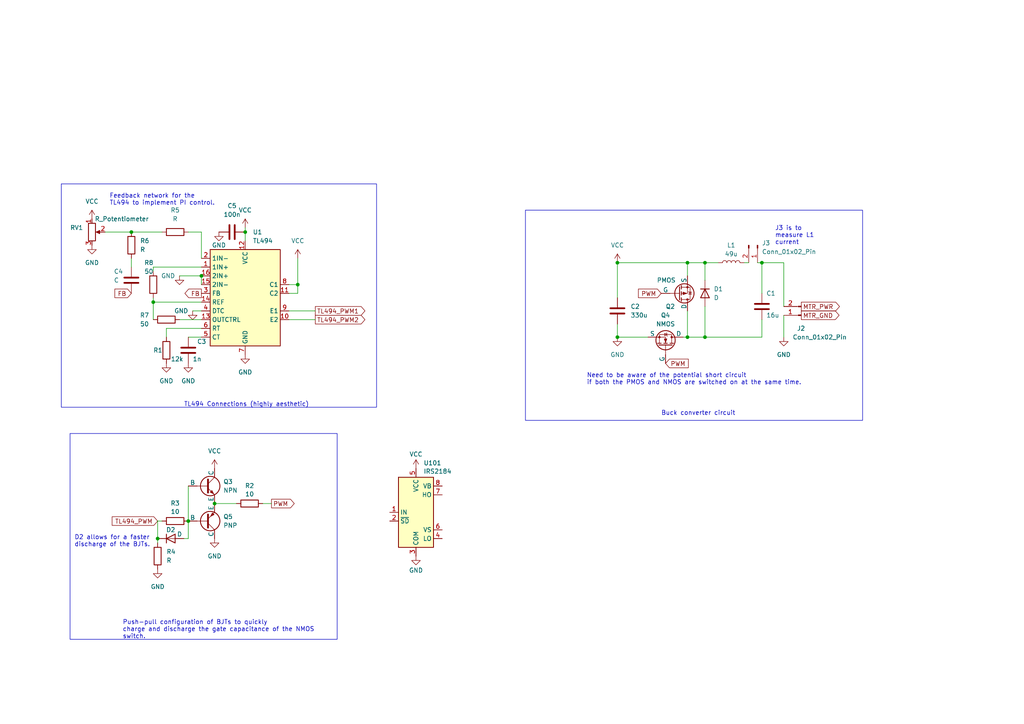
<source format=kicad_sch>
(kicad_sch (version 20230121) (generator eeschema)
  (paper "A4")
  (title_block (title "372 Solar Car Buck Converter"))
  (lib_symbols
    (symbol "Connector:Conn_01x02_Pin" (pin_names (offset 1.016) hide)
      (property "Reference" "J" (at 0 2.54 0))
      (property "Value" "Conn_01x02_Pin" (at 0 -5.08 0))
      (symbol "Conn_01x02_Pin_1_1"
        (polyline (pts (xy 1.27 -2.54) (xy 0.8636 -2.54)) (stroke (width 0.1524)))
        (polyline (pts (xy 1.27 0) (xy 0.8636 0)) (stroke (width 0.1524)))
        (rectangle (start 0.8636 -2.413) (end 0 -2.667) (stroke (width 0.1524)) (fill (type outline)))
        (rectangle (start 0.8636 0.127) (end 0 -0.127) (stroke (width 0.1524)) (fill (type outline)))
        (pin passive line (at 5.08 0 180) (length 3.81) (name "Pin_1") (number "1"))
        (pin passive line (at 5.08 -2.54 180) (length 3.81) (name "Pin_2") (number "2"))
      )
    )
    (symbol "Device:C" (pin_numbers hide) (pin_names (offset 0.254))
      (property "Reference" "C" (at 0.635 2.54 0))
      (property "Value" "C" (at 0.635 -2.54 0))
      (symbol "C_0_1"
        (polyline (pts (xy -2.032 -0.762) (xy 2.032 -0.762)) (stroke (width 0.508)))
        (polyline (pts (xy -2.032 0.762) (xy 2.032 0.762)) (stroke (width 0.508)))
      )
      (symbol "C_1_1"
        (pin passive line (at 0 3.81 270) (length 2.794) (name "~") (number "1"))
        (pin passive line (at 0 -3.81 90) (length 2.794) (name "~") (number "2"))
      )
    )
    (symbol "Device:D" (pin_numbers hide) (pin_names (offset 1.016) hide)
      (property "Reference" "D" (at 0 2.54 0))
      (property "Value" "D" (at 0 -2.54 0))
      (symbol "D_0_1"
        (polyline (pts (xy -1.27 1.27) (xy -1.27 -1.27)) (stroke (width 0.254)))
        (polyline (pts (xy 1.27 0) (xy -1.27 0)))
        (polyline (pts (xy 1.27 1.27) (xy 1.27 -1.27) (xy -1.27 0) (xy 1.27 1.27)) (stroke (width 0.254)))
      )
      (symbol "D_1_1"
        (pin passive line (at -3.81 0 0) (length 2.54) (name "K") (number "1"))
        (pin passive line (at 3.81 0 180) (length 2.54) (name "A") (number "2"))
      )
    )
    (symbol "Device:L" (pin_numbers hide) (pin_names (offset 1.016) hide)
      (property "Reference" "L" (at -1.27 0 90))
      (property "Value" "L" (at 1.905 0 90))
      (symbol "L_0_1"
        (arc (start 0 -2.54) (mid 0.6323 -1.905) (end 0 -1.27))
        (arc (start 0 -1.27) (mid 0.6323 -0.635) (end 0 0))
        (arc (start 0 0) (mid 0.6323 0.635) (end 0 1.27))
        (arc (start 0 1.27) (mid 0.6323 1.905) (end 0 2.54))
      )
      (symbol "L_1_1"
        (pin passive line (at 0 3.81 270) (length 1.27) (name "1") (number "1"))
        (pin passive line (at 0 -3.81 90) (length 1.27) (name "2") (number "2"))
      )
    )
    (symbol "Device:R" (pin_numbers hide) (pin_names (offset 0))
      (property "Reference" "R" (at 2.032 0 90))
      (property "Value" "R" (at 0 0 90))
      (symbol "R_0_1"
        (rectangle (start -1.016 -2.54) (end 1.016 2.54) (stroke (width 0.254)))
      )
      (symbol "R_1_1"
        (pin passive line (at 0 3.81 270) (length 1.27) (name "~") (number "1"))
        (pin passive line (at 0 -3.81 90) (length 1.27) (name "~") (number "2"))
      )
    )
    (symbol "Device:R_Potentiometer" (pin_names (offset 1.016) hide)
      (property "Reference" "RV" (at -4.445 0 90))
      (property "Value" "R_Potentiometer" (at -2.54 0 90))
      (symbol "R_Potentiometer_0_1"
        (polyline (pts (xy 2.54 0) (xy 1.524 0)))
        (polyline (pts (xy 1.143 0) (xy 2.286 0.508) (xy 2.286 -0.508) (xy 1.143 0)) (fill (type outline)))
        (rectangle (start 1.016 2.54) (end -1.016 -2.54) (stroke (width 0.254)))
      )
      (symbol "R_Potentiometer_1_1"
        (pin passive line (at 0 3.81 270) (length 1.27) (name "1") (number "1"))
        (pin passive line (at 3.81 0 180) (length 1.27) (name "2") (number "2"))
        (pin passive line (at 0 -3.81 90) (length 1.27) (name "3") (number "3"))
      )
    )
    (symbol "Driver_FET:IRS2184"
      (property "Reference" "U" (at 1.27 13.335 0))
      (property "Value" "IRS2184" (at 1.27 11.43 0))
      (symbol "IRS2184_0_1"
        (rectangle (start -5.08 -10.16) (end 5.08 10.16) (stroke (width 0.254)) (fill (type background)))
      )
      (symbol "IRS2184_1_1"
        (pin input line (at -7.62 0 0) (length 2.54) (name "IN") (number "1"))
        (pin input line (at -7.62 -2.54 0) (length 2.54) (name "~{SD}") (number "2"))
        (pin power_in line (at 0 -12.7 90) (length 2.54) (name "COM") (number "3"))
        (pin output line (at 7.62 -7.62 180) (length 2.54) (name "LO") (number "4"))
        (pin power_in line (at 0 12.7 270) (length 2.54) (name "VCC") (number "5"))
        (pin passive line (at 7.62 -5.08 180) (length 2.54) (name "VS") (number "6"))
        (pin output line (at 7.62 5.08 180) (length 2.54) (name "HO") (number "7"))
        (pin passive line (at 7.62 7.62 180) (length 2.54) (name "VB") (number "8"))
      )
    )
    (symbol "NMOS_1" (pin_numbers hide) (pin_names (offset 0))
      (property "Reference" "Q" (at 5.08 -1.27 0))
      (property "Value" "NMOS" (at 5.08 1.27 0))
      (symbol "NMOS_1_0_1"
        (polyline (pts (xy 0.254 -1.905) (xy 0.254 1.905)) (stroke (width 0.254)))
        (polyline (pts (xy 0.254 0) (xy -2.54 0)))
        (polyline (pts (xy 0.762 -2.286) (xy 0.762 -1.27)) (stroke (width 0.254)))
        (polyline (pts (xy 0.762 -0.508) (xy 0.762 0.508)) (stroke (width 0.254)))
        (polyline (pts (xy 0.762 1.27) (xy 0.762 2.286)) (stroke (width 0.254)))
        (polyline (pts (xy 2.54 -2.54) (xy 2.54 -1.778)))
        (polyline (pts (xy 2.54 2.54) (xy 2.54 0) (xy 0.762 0)))
        (polyline (pts (xy 0.762 1.778) (xy 3.302 1.778) (xy 3.302 -1.778) (xy 0.762 -1.778)))
        (polyline (pts (xy 1.016 0) (xy 2.032 -0.381) (xy 2.032 0.381) (xy 1.016 0)) (fill (type outline)))
        (polyline (pts (xy 2.794 -0.508) (xy 2.921 -0.381) (xy 3.683 -0.381) (xy 3.81 -0.254)))
        (polyline (pts (xy 3.302 -0.381) (xy 2.921 0.254) (xy 3.683 0.254) (xy 3.302 -0.381)))
        (circle (center 1.651 0) (radius 2.794) (stroke (width 0.254)))
        (circle (center 2.54 -1.778) (radius 0.254) (fill (type outline)))
        (circle (center 2.54 1.778) (radius 0.254) (fill (type outline)))
      )
      (symbol "NMOS_1_1_1"
        (pin passive line (at 2.54 -5.08 90) (length 2.54) (name "D") (number "1"))
        (pin input line (at -5.08 0 0) (length 2.54) (name "G") (number "2"))
        (pin passive line (at 2.54 5.08 270) (length 2.54) (name "S") (number "3"))
      )
    )
    (symbol "PNP_1" (pin_numbers hide) (pin_names (offset 0))
      (property "Reference" "Q" (at -2.54 7.62 0))
      (property "Value" "PNP" (at -2.54 5.08 0))
      (symbol "PNP_1_0_1"
        (polyline (pts (xy -2.54 0) (xy 0.635 0)) (stroke (width 0.1524)))
        (polyline (pts (xy 0.635 0.635) (xy 2.54 2.54)))
        (polyline (pts (xy 0.635 -0.635) (xy 2.54 -2.54) (xy 2.54 -2.54)))
        (polyline (pts (xy 0.635 1.905) (xy 0.635 -1.905) (xy 0.635 -1.905)) (stroke (width 0.508)))
        (polyline (pts (xy 1.905 2.3876) (xy 2.413 1.8796) (xy 1.397 1.3716) (xy 1.905 2.3876) (xy 1.905 2.3876)) (fill (type outline)))
        (circle (center 1.27 0) (radius 2.8194) (stroke (width 0.254)))
      )
      (symbol "PNP_1_1_1"
        (pin open_collector line (at 2.54 -5.08 90) (length 2.54) (name "C") (number "1"))
        (pin input line (at -5.08 0 0) (length 2.54) (name "B") (number "2"))
        (pin open_emitter line (at 2.54 5.08 270) (length 2.54) (name "E") (number "3"))
      )
    )
    (symbol "Regulator_Controller:TL494"
      (property "Reference" "U" (at 3.81 19.05 0))
      (property "Value" "TL494" (at 3.81 16.51 0))
      (symbol "TL494_0_1"
        (rectangle (start -10.16 -12.7) (end 10.16 15.24) (stroke (width 0.254)) (fill (type background)))
      )
      (symbol "TL494_1_1"
        (pin input line (at -12.7 10.16 0) (length 2.54) (name "1IN+") (number "1"))
        (pin passive line (at 12.7 -5.08 180) (length 2.54) (name "E2") (number "10"))
        (pin passive line (at 12.7 2.54 180) (length 2.54) (name "C2") (number "11"))
        (pin power_in line (at 0 17.78 270) (length 2.54) (name "VCC") (number "12"))
        (pin input line (at -12.7 -5.08 0) (length 2.54) (name "OUTCTRL") (number "13"))
        (pin power_out line (at -12.7 0 0) (length 2.54) (name "REF") (number "14"))
        (pin input line (at -12.7 5.08 0) (length 2.54) (name "2IN-") (number "15"))
        (pin input line (at -12.7 7.62 0) (length 2.54) (name "2IN+") (number "16"))
        (pin input line (at -12.7 12.7 0) (length 2.54) (name "1IN-") (number "2"))
        (pin output line (at -12.7 2.54 0) (length 2.54) (name "FB") (number "3"))
        (pin input line (at -12.7 -2.54 0) (length 2.54) (name "DTC") (number "4"))
        (pin passive line (at -12.7 -10.16 0) (length 2.54) (name "CT") (number "5"))
        (pin passive line (at -12.7 -7.62 0) (length 2.54) (name "RT") (number "6"))
        (pin power_in line (at 0 -15.24 90) (length 2.54) (name "GND") (number "7"))
        (pin passive line (at 12.7 5.08 180) (length 2.54) (name "C1") (number "8"))
        (pin passive line (at 12.7 -2.54 180) (length 2.54) (name "E1") (number "9"))
      )
    )
    (symbol "Simulation_SPICE:NPN" (pin_numbers hide) (pin_names (offset 0))
      (property "Reference" "Q" (at -2.54 7.62 0))
      (property "Value" "NPN" (at -2.54 5.08 0))
      (symbol "NPN_0_1"
        (polyline (pts (xy -2.54 0) (xy 0.635 0)) (stroke (width 0.1524)))
        (polyline (pts (xy 0.635 0.635) (xy 2.54 2.54)))
        (polyline (pts (xy 2.794 -1.27) (xy 2.794 -1.27)) (stroke (width 0.1524)))
        (polyline (pts (xy 2.794 -1.27) (xy 2.794 -1.27)) (stroke (width 0.1524)))
        (polyline (pts (xy 0.635 -0.635) (xy 2.54 -2.54) (xy 2.54 -2.54)))
        (polyline (pts (xy 0.635 1.905) (xy 0.635 -1.905) (xy 0.635 -1.905)) (stroke (width 0.508)))
        (polyline (pts (xy 1.27 -1.778) (xy 1.778 -1.27) (xy 2.286 -2.286) (xy 1.27 -1.778) (xy 1.27 -1.778)) (fill (type outline)))
        (circle (center 1.27 0) (radius 2.8194) (stroke (width 0.254)))
      )
      (symbol "NPN_1_1"
        (pin open_collector line (at 2.54 5.08 270) (length 2.54) (name "C") (number "1"))
        (pin input line (at -5.08 0 0) (length 2.54) (name "B") (number "2"))
        (pin open_emitter line (at 2.54 -5.08 90) (length 2.54) (name "E") (number "3"))
      )
    )
    (symbol "Simulation_SPICE:PMOS" (pin_numbers hide) (pin_names (offset 0))
      (property "Reference" "Q" (at 5.08 1.27 0))
      (property "Value" "PMOS" (at 5.08 -1.27 0))
      (symbol "PMOS_0_1"
        (polyline (pts (xy 0.254 0) (xy -2.54 0)))
        (polyline (pts (xy 0.254 1.905) (xy 0.254 -1.905)) (stroke (width 0.254)))
        (polyline (pts (xy 0.762 -1.27) (xy 0.762 -2.286)) (stroke (width 0.254)))
        (polyline (pts (xy 0.762 0.508) (xy 0.762 -0.508)) (stroke (width 0.254)))
        (polyline (pts (xy 0.762 2.286) (xy 0.762 1.27)) (stroke (width 0.254)))
        (polyline (pts (xy 2.54 2.54) (xy 2.54 1.778)))
        (polyline (pts (xy 2.54 -2.54) (xy 2.54 0) (xy 0.762 0)))
        (polyline (pts (xy 0.762 1.778) (xy 3.302 1.778) (xy 3.302 -1.778) (xy 0.762 -1.778)))
        (polyline (pts (xy 2.286 0) (xy 1.27 0.381) (xy 1.27 -0.381) (xy 2.286 0)) (fill (type outline)))
        (polyline (pts (xy 2.794 -0.508) (xy 2.921 -0.381) (xy 3.683 -0.381) (xy 3.81 -0.254)))
        (polyline (pts (xy 3.302 -0.381) (xy 2.921 0.254) (xy 3.683 0.254) (xy 3.302 -0.381)))
        (circle (center 1.651 0) (radius 2.794) (stroke (width 0.254)))
        (circle (center 2.54 -1.778) (radius 0.254) (fill (type outline)))
        (circle (center 2.54 1.778) (radius 0.254) (fill (type outline)))
      )
      (symbol "PMOS_1_1"
        (pin passive line (at 2.54 5.08 270) (length 2.54) (name "D") (number "1"))
        (pin input line (at -5.08 0 0) (length 2.54) (name "G") (number "2"))
        (pin passive line (at 2.54 -5.08 90) (length 2.54) (name "S") (number "3"))
      )
    )
    (symbol "power:GND" (power) (pin_names (offset 0))
      (property "Value" "GND" (at 0 -3.81 0))
      (symbol "GND_0_1"
        (polyline (pts (xy 0 0) (xy 0 -1.27) (xy 1.27 -1.27) (xy 0 -2.54) (xy -1.27 -1.27) (xy 0 -1.27)))
      )
      (symbol "GND_1_1"
        (pin power_in line (at 0 0 270) (length 0) hide (name "GND") (number "1"))
      )
    )
    (symbol "power:VCC" (power) (pin_names (offset 0))
      (property "Value" "VCC" (at 0 3.81 0))
      (symbol "VCC_0_1"
        (polyline (pts (xy -0.762 1.27) (xy 0 2.54)))
        (polyline (pts (xy 0 0) (xy 0 2.54)))
        (polyline (pts (xy 0 2.54) (xy 0.762 1.27)))
      )
      (symbol "VCC_1_1"
        (pin power_in line (at 0 0 90) (length 0) hide (name "VCC") (number "1"))
      )
    )
  )
  (junction (at 45.72 156.21))
  (junction (at 44.45 87.63))
  (junction (at 62.23 146.05))
  (junction (at 199.39 76.2))
  (junction (at 204.47 76.2))
  (junction (at 199.39 97.79))
  (junction (at 86.36 82.55))
  (junction (at 220.98 76.2))
  (junction (at 71.12 67.31))
  (junction (at 38.1 67.31))
  (junction (at 179.07 97.79))
  (junction (at 204.47 97.79))
  (junction (at 58.42 80.01))
  (junction (at 179.07 76.2))
  (junction (at 54.61 151.13))
  (wire (pts (xy 179.07 93.98) (xy 179.07 97.79)))
  (wire (pts (xy 86.36 74.93) (xy 86.36 82.55)))
  (wire (pts (xy 204.47 88.9) (xy 204.47 97.79)))
  (wire (pts (xy 38.1 74.93) (xy 38.1 77.47)))
  (wire (pts (xy 54.61 67.31) (xy 58.42 67.31)))
  (wire (pts (xy 58.42 67.31) (xy 58.42 74.93)))
  (wire (pts (xy 38.1 67.31) (xy 46.99 67.31)))
  (wire (pts (xy 86.36 82.55) (xy 86.36 85.09)))
  (wire (pts (xy 198.12 97.79) (xy 199.39 97.79)))
  (wire (pts (xy 54.61 97.79) (xy 58.42 97.79)))
  (wire (pts (xy 45.72 151.13) (xy 46.99 151.13)))
  (wire (pts (xy 220.98 76.2) (xy 227.33 76.2)))
  (wire (pts (xy 71.12 67.31) (xy 71.12 69.85)))
  (wire (pts (xy 227.33 91.44) (xy 227.33 97.79)))
  (wire (pts (xy 54.61 140.97) (xy 54.61 151.13)))
  (wire (pts (xy 199.39 97.79) (xy 199.39 90.17)))
  (wire (pts (xy 179.07 76.2) (xy 179.07 86.36)))
  (wire (pts (xy 30.48 67.31) (xy 38.1 67.31)))
  (wire (pts (xy 215.9 76.2) (xy 217.17 76.2)))
  (wire (pts (xy 44.45 87.63) (xy 58.42 87.63)))
  (wire (pts (xy 52.07 80.01) (xy 58.42 80.01)))
  (wire (pts (xy 54.61 156.21) (xy 53.34 156.21)))
  (wire (pts (xy 45.72 151.13) (xy 45.72 156.21)))
  (wire (pts (xy 62.23 146.05) (xy 68.58 146.05)))
  (wire (pts (xy 204.47 97.79) (xy 220.98 97.79)))
  (wire (pts (xy 76.2 146.05) (xy 78.74 146.05)))
  (wire (pts (xy 220.98 97.79) (xy 220.98 92.71)))
  (wire (pts (xy 58.42 80.01) (xy 58.42 82.55)))
  (wire (pts (xy 204.47 76.2) (xy 204.47 81.28)))
  (wire (pts (xy 44.45 87.63) (xy 44.45 86.36)))
  (wire (pts (xy 83.82 90.17) (xy 91.44 90.17)))
  (wire (pts (xy 179.07 76.2) (xy 199.39 76.2)))
  (wire (pts (xy 44.45 77.47) (xy 58.42 77.47)))
  (wire (pts (xy 199.39 97.79) (xy 204.47 97.79)))
  (wire (pts (xy 227.33 76.2) (xy 227.33 88.9)))
  (wire (pts (xy 71.12 66.04) (xy 71.12 67.31)))
  (wire (pts (xy 199.39 76.2) (xy 199.39 80.01)))
  (wire (pts (xy 54.61 151.13) (xy 54.61 156.21)))
  (wire (pts (xy 179.07 97.79) (xy 187.96 97.79)))
  (wire (pts (xy 52.07 92.71) (xy 58.42 92.71)))
  (wire (pts (xy 199.39 76.2) (xy 204.47 76.2)))
  (wire (pts (xy 219.71 76.2) (xy 220.98 76.2)))
  (wire (pts (xy 48.26 97.79) (xy 48.26 95.25)))
  (wire (pts (xy 44.45 92.71) (xy 44.45 87.63)))
  (wire (pts (xy 45.72 156.21) (xy 45.72 157.48)))
  (wire (pts (xy 55.88 90.17) (xy 58.42 90.17)))
  (wire (pts (xy 83.82 92.71) (xy 91.44 92.71)))
  (wire (pts (xy 48.26 95.25) (xy 58.42 95.25)))
  (wire (pts (xy 86.36 82.55) (xy 83.82 82.55)))
  (wire (pts (xy 44.45 78.74) (xy 44.45 77.47)))
  (wire (pts (xy 83.82 85.09) (xy 86.36 85.09)))
  (wire (pts (xy 204.47 76.2) (xy 208.28 76.2)))
  (wire (pts (xy 220.98 76.2) (xy 220.98 85.09)))
  (rectangle (start 152.4 60.96) (end 250.19 121.92))
  (rectangle (start 20.32 125.73) (end 97.79 185.42))
  (rectangle (start 17.78 53.34) (end 109.22 118.11))
  (text "J3 is to \nmeasure L1 \ncurrent\n" (at 224.79 71.12 0) (effects (font (size 1.27 1.27)) (justify left bottom)))
  (text "Buck converter circuit\n" (at 191.77 120.65 0) (effects (font (size 1.27 1.27)) (justify left bottom)))
  (text "D2 allows for a faster\ndischarge of the BJTs.\n" (at 21.59 158.75 0) (effects (font (size 1.27 1.27)) (justify left bottom)))
  (text "Push-pull configuration of BJTs to quickly \ncharge and discharge the gate capacitance of the NMOS\nswitch." (at 35.56 185.42 0) (effects (font (size 1.27 1.27)) (justify left bottom)))
  (text "Need to be aware of the potential short circuit \nif both the PMOS and NMOS are switched on at the same time." (at 170.18 111.76 0) (effects (font (size 1.27 1.27)) (justify left bottom)))
  (text "TL494 Connections (highly aesthetic)\n" (at 53.34 118.11 0) (effects (font (size 1.27 1.27)) (justify left bottom)))
  (text "Feedback network for the \nTL494 to implement PI control." (at 31.75 59.69 0) (effects (font (size 1.27 1.27)) (justify left bottom)))
  (global_label "PWM" (shape input) (at 191.77 85.09 180) (property "Intersheetrefs" "${INTERSHEET_REFS}" (effects hide)))
  (global_label "TL494_PWM2" (shape output) (at 91.44 92.71 0) (property "Intersheetrefs" "${INTERSHEET_REFS}" (effects hide)))
  (global_label "PWM" (shape input) (at 193.04 105.41 0) (property "Intersheetrefs" "${INTERSHEET_REFS}" (effects hide)))
  (global_label "TL494_PWM1" (shape output) (at 91.44 90.17 0) (property "Intersheetrefs" "${INTERSHEET_REFS}" (effects hide)))
  (global_label "FB" (shape input) (at 38.1 85.09 180) (property "Intersheetrefs" "${INTERSHEET_REFS}" (effects hide)))
  (global_label "MTR_PWR" (shape output) (at 232.41 88.9 0) (property "Intersheetrefs" "${INTERSHEET_REFS}" (effects hide)))
  (global_label "MTR_GND" (shape output) (at 232.41 91.44 0) (property "Intersheetrefs" "${INTERSHEET_REFS}" (effects hide)))
  (global_label "TL494_PWM" (shape input) (at 45.72 151.13 180) (property "Intersheetrefs" "${INTERSHEET_REFS}" (effects hide)))
  (global_label "PWM" (shape output) (at 78.74 146.05 0) (property "Intersheetrefs" "${INTERSHEET_REFS}" (effects hide)))
  (global_label "FB" (shape output) (at 58.42 85.09 180) (property "Intersheetrefs" "${INTERSHEET_REFS}" (effects hide)))
  (symbol (lib_id "power:VCC") (at 120.65 135.89 0) (unit 1)
    (property "Reference" "#PWR0101" (effects hide))
    (property "Value" "VCC" (at 120.65 131.7569 0))
  )
  (symbol (lib_id "power:GND") (at 62.23 156.21 0) (unit 1)
    (property "Reference" "#PWR07" (effects hide))
    (property "Value" "GND" (at 62.23 161.29 0))
  )
  (symbol (lib_id "power:GND") (at 52.07 80.01 0) (unit 1)
    (property "Reference" "#PWR04" (effects hide))
    (property "Value" "GND" (at 50.8 80.01 0) (effects (justify right)))
  )
  (symbol (lib_id "power:VCC") (at 26.67 63.5 0) (unit 1)
    (property "Reference" "#PWR012" (effects hide))
    (property "Value" "VCC" (at 26.67 58.42 0))
  )
  (symbol (lib_id "power:GND") (at 179.07 97.79 0) (unit 1)
    (property "Reference" "#PWR01" (effects hide))
    (property "Value" "GND" (at 179.07 102.87 0))
  )
  (symbol (lib_id "Device:R") (at 48.26 101.6 0) (unit 1)
    (property "Reference" "R1" (at 44.45 101.6 0) (effects (justify left)))
    (property "Value" "12k" (at 49.53 104.14 0) (effects (justify left)))
  )
  (symbol (lib_id "Device:C") (at 179.07 90.17 0) (unit 1)
    (property "Reference" "C2" (at 182.88 88.9 0) (effects (justify left)))
    (property "Value" "330u" (at 182.88 91.44 0) (effects (justify left)))
  )
  (symbol (lib_id "power:GND") (at 55.88 90.17 0) (unit 1)
    (property "Reference" "#PWR013" (effects hide))
    (property "Value" "GND" (at 54.61 90.17 0) (effects (justify right)))
  )
  (symbol (lib_id "Device:R") (at 50.8 151.13 90) (unit 1)
    (property "Reference" "R3" (at 50.8 145.9697 90))
    (property "Value" "10" (at 50.8 148.3939 90))
  )
  (symbol (lib_id "Simulation_SPICE:PMOS") (at 196.85 85.09 0) (mirror x) (unit 1)
    (property "Reference" "Q2" (at 193.04 88.9 0) (effects (justify left)))
    (property "Value" "PMOS" (at 190.5 81.28 0) (effects (justify left)))
    (property "Datasheet" "https://ngspice.sourceforge.io/docs/ngspice-manual.pdf" (effects hide))
    (property "Sim.Device" "PMOS" (effects hide))
    (property "Sim.Type" "VDMOS" (effects hide))
    (property "Sim.Pins" "1=D 2=G 3=S" (effects hide))
  )
  (symbol (lib_id "power:VCC") (at 71.12 66.04 0) (unit 1)
    (property "Reference" "#PWR09" (effects hide))
    (property "Value" "VCC" (at 71.12 60.96 0))
  )
  (symbol (lib_id "Device:R") (at 50.8 67.31 90) (unit 1)
    (property "Reference" "R5" (at 50.8 60.96 90))
    (property "Value" "R" (at 50.8 63.5 90))
  )
  (symbol (lib_id "Device:R") (at 38.1 71.12 0) (unit 1)
    (property "Reference" "R6" (at 40.64 69.85 0) (effects (justify left)))
    (property "Value" "R" (at 40.64 72.39 0) (effects (justify left)))
  )
  (symbol (lib_id "Simulation_SPICE:NPN") (at 59.69 140.97 0) (unit 1)
    (property "Reference" "Q3" (at 64.77 139.7 0) (effects (justify left)))
    (property "Value" "NPN" (at 64.77 142.24 0) (effects (justify left)))
    (property "Sim.Device" "NPN" (effects hide))
    (property "Sim.Type" "GUMMELPOON" (effects hide))
    (property "Sim.Pins" "1=C 2=B 3=E" (effects hide))
  )
  (symbol (lib_id "Device:R") (at 44.45 82.55 180) (unit 1)
    (property "Reference" "R8" (at 43.18 76.2 0))
    (property "Value" "50" (at 43.18 78.74 0))
  )
  (symbol (lib_id "Device:D") (at 204.47 85.09 270) (unit 1)
    (property "Reference" "D1" (at 207.01 83.82 90) (effects (justify left)))
    (property "Value" "D" (at 207.01 86.36 90) (effects (justify left)))
    (property "Sim.Device" "D" (effects hide))
    (property "Sim.Pins" "1=K 2=A" (effects hide))
  )
  (symbol (lib_id "Device:R") (at 72.39 146.05 270) (unit 1)
    (property "Reference" "R2" (at 72.39 140.8897 90))
    (property "Value" "10" (at 72.39 143.3139 90))
  )
  (symbol (lib_id "Device:C") (at 38.1 81.28 0) (unit 1)
    (property "Reference" "C4" (at 33.02 78.74 0) (effects (justify left)))
    (property "Value" "C" (at 33.02 81.28 0) (effects (justify left)))
  )
  (symbol (lib_id "Device:R_Potentiometer") (at 26.67 67.31 0) (unit 1)
    (property "Reference" "RV1" (at 24.13 66.04 0) (effects (justify right)))
    (property "Value" "R_Potentiometer" (at 43.18 63.5 0) (effects (justify right)))
  )
  (symbol (lib_id "power:GND") (at 120.65 161.29 0) (unit 1)
    (property "Reference" "#PWR0102" (effects hide))
    (property "Value" "GND" (at 120.65 165.4231 0))
  )
  (symbol (lib_id "power:VCC") (at 179.07 76.2 0) (unit 1)
    (property "Reference" "#PWR018" (effects hide))
    (property "Value" "VCC" (at 179.07 71.12 0))
  )
  (symbol (lib_name "NMOS_1") (lib_id "Simulation_SPICE:NMOS") (at 193.04 100.33 90) (unit 1)
    (property "Reference" "Q4" (at 193.04 91.44 90))
    (property "Value" "NMOS" (at 193.04 93.98 90))
    (property "Datasheet" "https://ngspice.sourceforge.io/docs/ngspice-manual.pdf" (effects hide))
    (property "Sim.Device" "NMOS" (effects hide))
    (property "Sim.Type" "VDMOS" (effects hide))
    (property "Sim.Pins" "1=D 2=G 3=S" (effects hide))
  )
  (symbol (lib_id "Device:R") (at 45.72 161.29 0) (unit 1)
    (property "Reference" "R4" (at 48.26 160.02 0) (effects (justify left)))
    (property "Value" "R" (at 48.26 162.56 0) (effects (justify left)))
  )
  (symbol (lib_id "Device:C") (at 67.31 67.31 90) (unit 1)
    (property "Reference" "C5" (at 67.31 59.69 90))
    (property "Value" "100n" (at 67.31 62.23 90))
  )
  (symbol (lib_id "power:GND") (at 54.61 105.41 0) (unit 1)
    (property "Reference" "#PWR05" (effects hide))
    (property "Value" "GND" (at 54.61 110.49 0))
  )
  (symbol (lib_id "Device:R") (at 48.26 92.71 90) (unit 1)
    (property "Reference" "R7" (at 41.91 91.44 90))
    (property "Value" "50" (at 41.91 93.98 90))
  )
  (symbol (lib_id "Device:D") (at 49.53 156.21 0) (unit 1)
    (property "Reference" "D2" (at 49.53 153.67 0))
    (property "Value" "D" (at 52.07 154.94 0))
    (property "Sim.Device" "D" (effects hide))
    (property "Sim.Pins" "1=K 2=A" (effects hide))
  )
  (symbol (lib_id "power:VCC") (at 86.36 74.93 0) (unit 1)
    (property "Reference" "#PWR010" (effects hide))
    (property "Value" "VCC" (at 86.36 69.85 0))
  )
  (symbol (lib_id "power:GND") (at 48.26 105.41 0) (unit 1)
    (property "Reference" "#PWR06" (effects hide))
    (property "Value" "GND" (at 48.26 110.49 0))
  )
  (symbol (lib_id "power:GND") (at 227.33 97.79 0) (unit 1)
    (property "Reference" "#PWR017" (effects hide))
    (property "Value" "GND" (at 227.33 102.87 0))
  )
  (symbol (lib_id "power:GND") (at 45.72 165.1 0) (unit 1)
    (property "Reference" "#PWR016" (effects hide))
    (property "Value" "GND" (at 45.72 170.18 0))
  )
  (symbol (lib_name "PNP_1") (lib_id "Simulation_SPICE:PNP") (at 59.69 151.13 0) (unit 1)
    (property "Reference" "Q5" (at 64.77 149.86 0) (effects (justify left)))
    (property "Value" "PNP" (at 64.77 152.4 0) (effects (justify left)))
    (property "Sim.Device" "PNP" (effects hide))
    (property "Sim.Type" "GUMMELPOON" (effects hide))
    (property "Sim.Pins" "1=C 2=B 3=E" (effects hide))
  )
  (symbol (lib_id "power:GND") (at 71.12 102.87 0) (unit 1)
    (property "Reference" "#PWR02" (effects hide))
    (property "Value" "GND" (at 71.12 107.95 0))
  )
  (symbol (lib_id "Device:L") (at 212.09 76.2 90) (unit 1)
    (property "Reference" "L1" (at 212.09 71.12 90))
    (property "Value" "49u" (at 212.09 73.66 90))
  )
  (symbol (lib_id "power:VCC") (at 62.23 135.89 0) (unit 1)
    (property "Reference" "#PWR08" (effects hide))
    (property "Value" "VCC" (at 62.23 130.81 0))
  )
  (symbol (lib_id "Device:C") (at 54.61 101.6 0) (unit 1)
    (property "Reference" "C3" (at 57.15 99.06 0) (effects (justify left)))
    (property "Value" "1n" (at 55.88 104.14 0) (effects (justify left)))
  )
  (symbol (lib_id "Connector:Conn_01x02_Pin") (at 232.41 91.44 180) (unit 1)
    (property "Reference" "J2" (at 231.14 95.25 0) (effects (justify right)))
    (property "Value" "Conn_01x02_Pin" (at 229.87 97.79 0) (effects (justify right)))
  )
  (symbol (lib_id "power:GND") (at 26.67 71.12 0) (unit 1)
    (property "Reference" "#PWR011" (effects hide))
    (property "Value" "GND" (at 26.67 76.2 0))
  )
  (symbol (lib_id "power:GND") (at 63.5 67.31 0) (unit 1)
    (property "Reference" "#PWR015" (effects hide))
    (property "Value" "GND" (at 63.5 71.12 0))
  )
  (symbol (lib_id "Device:C") (at 220.98 88.9 0) (unit 1)
    (property "Reference" "C1" (at 222.25 85.09 0) (effects (justify left)))
    (property "Value" "16u" (at 222.25 91.44 0) (effects (justify left)))
  )
  (symbol (lib_id "Connector:Conn_01x02_Pin") (at 219.71 71.12 270) (unit 1)
    (property "Reference" "J3" (at 220.98 70.485 90) (effects (justify left)))
    (property "Value" "Conn_01x02_Pin" (at 220.98 73.025 90) (effects (justify left)))
  )
  (symbol (lib_id "Driver_FET:IRS2184") (at 120.65 148.59 0) (unit 1)
    (property "Reference" "U101" (at 122.8441 134.2857 0) (effects (justify left)))
    (property "Value" "IRS2184" (at 122.8441 136.7099 0) (effects (justify left)))
    (property "Datasheet" "https://www.infineon.com/dgdl/irs2184.pdf?fileId=5546d462533600a401535676d8da27db" (effects hide))
  )
  (symbol (lib_id "Regulator_Controller:TL494") (at 71.12 87.63 0) (unit 1)
    (property "Reference" "U1" (at 73.3141 67.31 0) (effects (justify left)))
    (property "Value" "TL494" (at 73.3141 69.85 0) (effects (justify left)))
    (property "Datasheet" "http://www.ti.com/lit/ds/symlink/tl494.pdf" (effects hide))
  )
)
</source>
